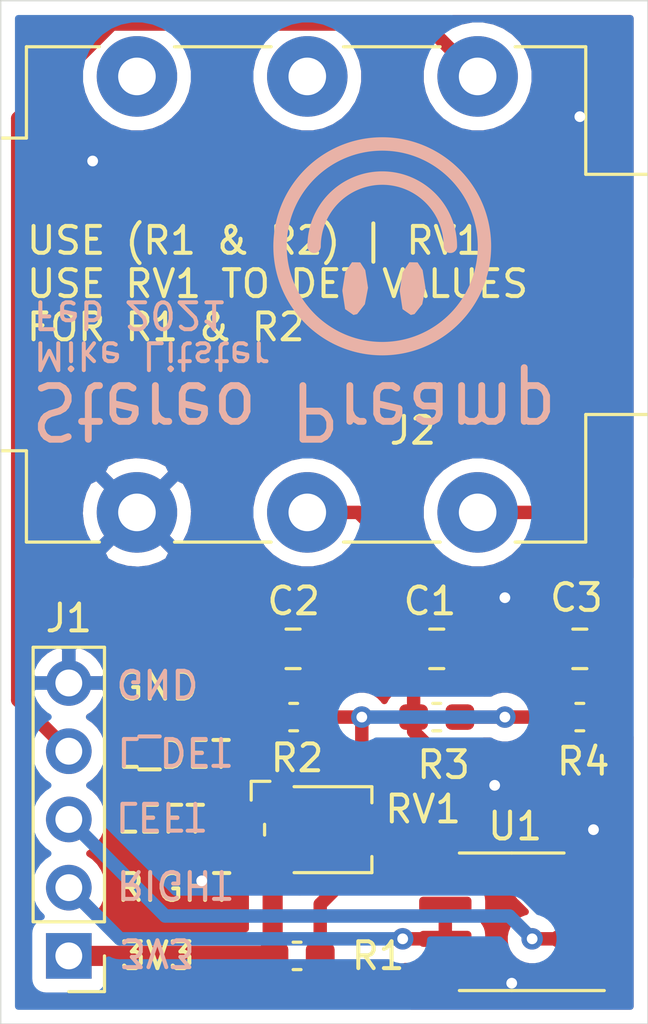
<source format=kicad_pcb>
(kicad_pcb (version 20171130) (host pcbnew "(5.1.9)-1")

  (general
    (thickness 1.6002)
    (drawings 18)
    (tracks 67)
    (zones 0)
    (modules 12)
    (nets 13)
  )

  (page A4)
  (layers
    (0 F.Cu signal hide)
    (31 B.Cu signal hide)
    (32 B.Adhes user)
    (33 F.Adhes user)
    (34 B.Paste user)
    (35 F.Paste user)
    (36 B.SilkS user)
    (37 F.SilkS user hide)
    (38 B.Mask user)
    (39 F.Mask user hide)
    (40 Dwgs.User user)
    (41 Cmts.User user)
    (42 Eco1.User user)
    (43 Eco2.User user)
    (44 Edge.Cuts user)
    (45 Margin user)
    (46 B.CrtYd user)
    (47 F.CrtYd user)
    (48 B.Fab user)
    (49 F.Fab user)
  )

  (setup
    (last_trace_width 0.1524)
    (trace_clearance 0.1524)
    (zone_clearance 0.508)
    (zone_45_only no)
    (trace_min 0.1524)
    (via_size 0.508)
    (via_drill 0.254)
    (via_min_size 0.508)
    (via_min_drill 0.000254)
    (uvia_size 0.508)
    (uvia_drill 0.254)
    (uvias_allowed no)
    (uvia_min_size 0.508)
    (uvia_min_drill 0.000254)
    (edge_width 0.05)
    (segment_width 0.2)
    (pcb_text_width 0.3)
    (pcb_text_size 1.5 1.5)
    (mod_edge_width 0.12)
    (mod_text_size 1 1)
    (mod_text_width 0.15)
    (pad_size 1.524 1.524)
    (pad_drill 0.762)
    (pad_to_mask_clearance 0.0508)
    (aux_axis_origin 0 0)
    (grid_origin 142.621 121.285)
    (visible_elements 7FFFF77F)
    (pcbplotparams
      (layerselection 0x010fc_ffffffff)
      (usegerberextensions false)
      (usegerberattributes true)
      (usegerberadvancedattributes true)
      (creategerberjobfile true)
      (excludeedgelayer true)
      (linewidth 0.100000)
      (plotframeref false)
      (viasonmask false)
      (mode 1)
      (useauxorigin false)
      (hpglpennumber 1)
      (hpglpenspeed 20)
      (hpglpendiameter 15.000000)
      (psnegative false)
      (psa4output false)
      (plotreference true)
      (plotvalue true)
      (plotinvisibletext false)
      (padsonsilk false)
      (subtractmaskfromsilk false)
      (outputformat 1)
      (mirror false)
      (drillshape 1)
      (scaleselection 1)
      (outputdirectory ""))
  )

  (net 0 "")
  (net 1 "Net-(J2-PadSN)")
  (net 2 "Net-(J2-PadRN)")
  (net 3 "Net-(C1-Pad2)")
  (net 4 "Net-(C1-Pad1)")
  (net 5 GND)
  (net 6 "Net-(C2-Pad1)")
  (net 7 "Net-(C3-Pad2)")
  (net 8 "Net-(C3-Pad1)")
  (net 9 /L_DETECT)
  (net 10 /L_OUT)
  (net 11 /R_OUT)
  (net 12 +3V3)

  (net_class Default "This is the default net class."
    (clearance 0.1524)
    (trace_width 0.1524)
    (via_dia 0.508)
    (via_drill 0.254)
    (uvia_dia 0.508)
    (uvia_drill 0.254)
    (add_net +3V3)
    (add_net /L_DETECT)
    (add_net /L_OUT)
    (add_net /R_OUT)
    (add_net GND)
    (add_net "Net-(C1-Pad1)")
    (add_net "Net-(C1-Pad2)")
    (add_net "Net-(C2-Pad1)")
    (add_net "Net-(C3-Pad1)")
    (add_net "Net-(C3-Pad2)")
    (add_net "Net-(J2-PadRN)")
    (add_net "Net-(J2-PadSN)")
  )

  (module images:smiley30_back (layer F.Cu) (tedit 602C51CF) (tstamp 602D3C5A)
    (at 156.845 92.329 180)
    (fp_text reference G*** (at 0 0) (layer F.SilkS) hide
      (effects (font (size 1.524 1.524) (thickness 0.3)))
    )
    (fp_text value LOGO (at 0.75 0) (layer F.SilkS) hide
      (effects (font (size 1.524 1.524) (thickness 0.3)))
    )
    (fp_arc (start 0 0) (end -2.54 0) (angle -180) (layer B.SilkS) (width 0.5))
    (fp_poly (pts (xy 3.81 0) (xy 0 3.81) (xy -3.81 0) (xy 0 -3.81)) (layer B.Mask) (width 0.1))
    (fp_circle (center 0 0) (end 2.54 0) (layer B.Mask) (width 2.54))
    (fp_circle (center 0 0) (end 3.81 0) (layer B.SilkS) (width 0.5))
    (fp_poly (pts (xy -0.769508 -2.331779) (xy -0.668645 -1.672656) (xy -0.668421 -1.626491) (xy -0.772133 -0.974763)
      (xy -1.01833 -0.608315) (xy -1.309602 -0.613821) (xy -1.49153 -0.894111) (xy -1.594453 -1.543526)
      (xy -1.477484 -2.151688) (xy -1.193797 -2.511234) (xy -1.069474 -2.54) (xy -0.769508 -2.331779)) (layer B.SilkS) (width 0.03))
    (fp_poly (pts (xy 1.369439 -2.331779) (xy 1.470302 -1.672656) (xy 1.470526 -1.626491) (xy 1.366814 -0.974763)
      (xy 1.120617 -0.608315) (xy 0.829345 -0.613821) (xy 0.647418 -0.894111) (xy 0.544495 -1.543526)
      (xy 0.661464 -2.151688) (xy 0.945151 -2.511234) (xy 1.069474 -2.54) (xy 1.369439 -2.331779)) (layer B.SilkS) (width 0.03))
  )

  (module Potentiometer_SMD:Potentiometer_Bourns_TC33X_Vertical (layer F.Cu) (tedit 5C165D15) (tstamp 602AC71E)
    (at 154.559 114.046)
    (descr "Potentiometer, Bourns, TC33X, Vertical, https://www.bourns.com/pdfs/TC33.pdf")
    (tags "Potentiometer Bourns TC33X Vertical")
    (path /602B0AAC)
    (attr smd)
    (fp_text reference RV1 (at 3.81 -0.762) (layer F.SilkS)
      (effects (font (size 1 1) (thickness 0.15)))
    )
    (fp_text value 200k (at 0 2.5) (layer F.Fab)
      (effects (font (size 1 1) (thickness 0.15)))
    )
    (fp_circle (center 0 0) (end 1.8 0) (layer Dwgs.User) (width 0.05))
    (fp_line (start -2.65 1.85) (end -2.65 -1.85) (layer F.CrtYd) (width 0.05))
    (fp_line (start 2.45 1.85) (end -2.65 1.85) (layer F.CrtYd) (width 0.05))
    (fp_line (start 2.45 -1.85) (end 2.45 1.85) (layer F.CrtYd) (width 0.05))
    (fp_line (start -2.65 -1.85) (end 2.45 -1.85) (layer F.CrtYd) (width 0.05))
    (fp_line (start -2.6 -1.8) (end -2.6 -1.1) (layer F.SilkS) (width 0.12))
    (fp_line (start -1.9 -1.8) (end -2.6 -1.8) (layer F.SilkS) (width 0.12))
    (fp_line (start 1.9 1.6) (end 1.9 1) (layer F.SilkS) (width 0.12))
    (fp_line (start -1 1.6) (end 1.9 1.6) (layer F.SilkS) (width 0.12))
    (fp_line (start 1.9 -1.6) (end 1.9 -1) (layer F.SilkS) (width 0.12))
    (fp_line (start -1 -1.6) (end 1.9 -1.6) (layer F.SilkS) (width 0.12))
    (fp_line (start -2.1 -0.2) (end -2.1 0.2) (layer F.SilkS) (width 0.12))
    (fp_line (start -1.25 -1.5) (end -2 -0.75) (layer F.Fab) (width 0.1))
    (fp_line (start 1.8 -1.5) (end -1.25 -1.5) (layer F.Fab) (width 0.1))
    (fp_line (start 1.8 1.5) (end 1.8 -1.5) (layer F.Fab) (width 0.1))
    (fp_line (start -2 1.5) (end 1.8 1.5) (layer F.Fab) (width 0.1))
    (fp_line (start -2 -0.75) (end -2 1.5) (layer F.Fab) (width 0.1))
    (fp_circle (center 0 0) (end 1.5 0) (layer F.Fab) (width 0.1))
    (fp_text user "Wiper may be\nanywhere within\ncircle shown" (at -0.15 -0.8) (layer Cmts.User)
      (effects (font (size 0.15 0.15) (thickness 0.02)))
    )
    (fp_text user %R (at 0 0) (layer F.Fab)
      (effects (font (size 0.7 0.7) (thickness 0.105)))
    )
    (pad 2 smd rect (at 1.45 0) (size 1.5 1.6) (layers F.Cu F.Paste F.Mask)
      (net 6 "Net-(C2-Pad1)"))
    (pad 3 smd rect (at -1.8 1) (size 1.2 1.2) (layers F.Cu F.Paste F.Mask)
      (net 12 +3V3))
    (pad 1 smd rect (at -1.8 -1) (size 1.2 1.2) (layers F.Cu F.Paste F.Mask)
      (net 5 GND))
    (model ${KISYS3DMOD}/Potentiometer_SMD.3dshapes/Potentiometer_Bourns_TC33X_Vertical.wrl
      (at (xyz 0 0 0))
      (scale (xyz 1 1 1))
      (rotate (xyz 0 0 0))
    )
  )

  (module Capacitor_SMD:C_0603_1608Metric_Pad1.08x0.95mm_HandSolder (layer F.Cu) (tedit 5F68FEEF) (tstamp 602AC703)
    (at 164.211 109.855)
    (descr "Capacitor SMD 0603 (1608 Metric), square (rectangular) end terminal, IPC_7351 nominal with elongated pad for handsoldering. (Body size source: IPC-SM-782 page 76, https://www.pcb-3d.com/wordpress/wp-content/uploads/ipc-sm-782a_amendment_1_and_2.pdf), generated with kicad-footprint-generator")
    (tags "capacitor handsolder")
    (path /60283D5A)
    (attr smd)
    (fp_text reference R4 (at 0.127 1.651) (layer F.SilkS)
      (effects (font (size 1 1) (thickness 0.15)))
    )
    (fp_text value 560k (at 0 1.43) (layer F.Fab)
      (effects (font (size 1 1) (thickness 0.15)))
    )
    (fp_line (start 1.65 0.73) (end -1.65 0.73) (layer F.CrtYd) (width 0.05))
    (fp_line (start 1.65 -0.73) (end 1.65 0.73) (layer F.CrtYd) (width 0.05))
    (fp_line (start -1.65 -0.73) (end 1.65 -0.73) (layer F.CrtYd) (width 0.05))
    (fp_line (start -1.65 0.73) (end -1.65 -0.73) (layer F.CrtYd) (width 0.05))
    (fp_line (start -0.146267 0.51) (end 0.146267 0.51) (layer F.SilkS) (width 0.12))
    (fp_line (start -0.146267 -0.51) (end 0.146267 -0.51) (layer F.SilkS) (width 0.12))
    (fp_line (start 0.8 0.4) (end -0.8 0.4) (layer F.Fab) (width 0.1))
    (fp_line (start 0.8 -0.4) (end 0.8 0.4) (layer F.Fab) (width 0.1))
    (fp_line (start -0.8 -0.4) (end 0.8 -0.4) (layer F.Fab) (width 0.1))
    (fp_line (start -0.8 0.4) (end -0.8 -0.4) (layer F.Fab) (width 0.1))
    (fp_text user %R (at 0 0) (layer F.Fab)
      (effects (font (size 0.4 0.4) (thickness 0.06)))
    )
    (pad 2 smd roundrect (at 0.8625 0) (size 1.075 0.95) (layers F.Cu F.Paste F.Mask) (roundrect_rratio 0.25)
      (net 7 "Net-(C3-Pad2)"))
    (pad 1 smd roundrect (at -0.8625 0) (size 1.075 0.95) (layers F.Cu F.Paste F.Mask) (roundrect_rratio 0.25)
      (net 6 "Net-(C2-Pad1)"))
    (model ${KISYS3DMOD}/Capacitor_SMD.3dshapes/C_0603_1608Metric.wrl
      (at (xyz 0 0 0))
      (scale (xyz 1 1 1))
      (rotate (xyz 0 0 0))
    )
  )

  (module Capacitor_SMD:C_0603_1608Metric_Pad1.08x0.95mm_HandSolder (layer F.Cu) (tedit 5F68FEEF) (tstamp 602AC6F2)
    (at 158.877 109.855)
    (descr "Capacitor SMD 0603 (1608 Metric), square (rectangular) end terminal, IPC_7351 nominal with elongated pad for handsoldering. (Body size source: IPC-SM-782 page 76, https://www.pcb-3d.com/wordpress/wp-content/uploads/ipc-sm-782a_amendment_1_and_2.pdf), generated with kicad-footprint-generator")
    (tags "capacitor handsolder")
    (path /60282F0D)
    (attr smd)
    (fp_text reference R3 (at 0.254 1.778) (layer F.SilkS)
      (effects (font (size 1 1) (thickness 0.15)))
    )
    (fp_text value 560k (at 0 1.43) (layer F.Fab)
      (effects (font (size 1 1) (thickness 0.15)))
    )
    (fp_line (start 1.65 0.73) (end -1.65 0.73) (layer F.CrtYd) (width 0.05))
    (fp_line (start 1.65 -0.73) (end 1.65 0.73) (layer F.CrtYd) (width 0.05))
    (fp_line (start -1.65 -0.73) (end 1.65 -0.73) (layer F.CrtYd) (width 0.05))
    (fp_line (start -1.65 0.73) (end -1.65 -0.73) (layer F.CrtYd) (width 0.05))
    (fp_line (start -0.146267 0.51) (end 0.146267 0.51) (layer F.SilkS) (width 0.12))
    (fp_line (start -0.146267 -0.51) (end 0.146267 -0.51) (layer F.SilkS) (width 0.12))
    (fp_line (start 0.8 0.4) (end -0.8 0.4) (layer F.Fab) (width 0.1))
    (fp_line (start 0.8 -0.4) (end 0.8 0.4) (layer F.Fab) (width 0.1))
    (fp_line (start -0.8 -0.4) (end 0.8 -0.4) (layer F.Fab) (width 0.1))
    (fp_line (start -0.8 0.4) (end -0.8 -0.4) (layer F.Fab) (width 0.1))
    (fp_text user %R (at 0 0) (layer F.Fab)
      (effects (font (size 0.4 0.4) (thickness 0.06)))
    )
    (pad 2 smd roundrect (at 0.8625 0) (size 1.075 0.95) (layers F.Cu F.Paste F.Mask) (roundrect_rratio 0.25)
      (net 6 "Net-(C2-Pad1)"))
    (pad 1 smd roundrect (at -0.8625 0) (size 1.075 0.95) (layers F.Cu F.Paste F.Mask) (roundrect_rratio 0.25)
      (net 3 "Net-(C1-Pad2)"))
    (model ${KISYS3DMOD}/Capacitor_SMD.3dshapes/C_0603_1608Metric.wrl
      (at (xyz 0 0 0))
      (scale (xyz 1 1 1))
      (rotate (xyz 0 0 0))
    )
  )

  (module Capacitor_SMD:C_0603_1608Metric_Pad1.08x0.95mm_HandSolder (layer F.Cu) (tedit 5F68FEEF) (tstamp 602AC6E1)
    (at 153.543 109.855 180)
    (descr "Capacitor SMD 0603 (1608 Metric), square (rectangular) end terminal, IPC_7351 nominal with elongated pad for handsoldering. (Body size source: IPC-SM-782 page 76, https://www.pcb-3d.com/wordpress/wp-content/uploads/ipc-sm-782a_amendment_1_and_2.pdf), generated with kicad-footprint-generator")
    (tags "capacitor handsolder")
    (path /6027EEEB)
    (attr smd)
    (fp_text reference R2 (at -0.127 -1.524) (layer F.SilkS)
      (effects (font (size 1 1) (thickness 0.15)))
    )
    (fp_text value 100k (at 0 1.43) (layer F.Fab)
      (effects (font (size 1 1) (thickness 0.15)))
    )
    (fp_line (start 1.65 0.73) (end -1.65 0.73) (layer F.CrtYd) (width 0.05))
    (fp_line (start 1.65 -0.73) (end 1.65 0.73) (layer F.CrtYd) (width 0.05))
    (fp_line (start -1.65 -0.73) (end 1.65 -0.73) (layer F.CrtYd) (width 0.05))
    (fp_line (start -1.65 0.73) (end -1.65 -0.73) (layer F.CrtYd) (width 0.05))
    (fp_line (start -0.146267 0.51) (end 0.146267 0.51) (layer F.SilkS) (width 0.12))
    (fp_line (start -0.146267 -0.51) (end 0.146267 -0.51) (layer F.SilkS) (width 0.12))
    (fp_line (start 0.8 0.4) (end -0.8 0.4) (layer F.Fab) (width 0.1))
    (fp_line (start 0.8 -0.4) (end 0.8 0.4) (layer F.Fab) (width 0.1))
    (fp_line (start -0.8 -0.4) (end 0.8 -0.4) (layer F.Fab) (width 0.1))
    (fp_line (start -0.8 0.4) (end -0.8 -0.4) (layer F.Fab) (width 0.1))
    (fp_text user %R (at 0 0) (layer F.Fab)
      (effects (font (size 0.4 0.4) (thickness 0.06)))
    )
    (pad 2 smd roundrect (at 0.8625 0 180) (size 1.075 0.95) (layers F.Cu F.Paste F.Mask) (roundrect_rratio 0.25)
      (net 5 GND))
    (pad 1 smd roundrect (at -0.8625 0 180) (size 1.075 0.95) (layers F.Cu F.Paste F.Mask) (roundrect_rratio 0.25)
      (net 6 "Net-(C2-Pad1)"))
    (model ${KISYS3DMOD}/Capacitor_SMD.3dshapes/C_0603_1608Metric.wrl
      (at (xyz 0 0 0))
      (scale (xyz 1 1 1))
      (rotate (xyz 0 0 0))
    )
  )

  (module Capacitor_SMD:C_0603_1608Metric_Pad1.08x0.95mm_HandSolder (layer F.Cu) (tedit 5F68FEEF) (tstamp 602AC6D0)
    (at 153.67 118.745)
    (descr "Capacitor SMD 0603 (1608 Metric), square (rectangular) end terminal, IPC_7351 nominal with elongated pad for handsoldering. (Body size source: IPC-SM-782 page 76, https://www.pcb-3d.com/wordpress/wp-content/uploads/ipc-sm-782a_amendment_1_and_2.pdf), generated with kicad-footprint-generator")
    (tags "capacitor handsolder")
    (path /6027D502)
    (attr smd)
    (fp_text reference R1 (at 3.0215 0) (layer F.SilkS)
      (effects (font (size 1 1) (thickness 0.15)))
    )
    (fp_text value 100k (at 0 1.43) (layer F.Fab)
      (effects (font (size 1 1) (thickness 0.15)))
    )
    (fp_line (start 1.65 0.73) (end -1.65 0.73) (layer F.CrtYd) (width 0.05))
    (fp_line (start 1.65 -0.73) (end 1.65 0.73) (layer F.CrtYd) (width 0.05))
    (fp_line (start -1.65 -0.73) (end 1.65 -0.73) (layer F.CrtYd) (width 0.05))
    (fp_line (start -1.65 0.73) (end -1.65 -0.73) (layer F.CrtYd) (width 0.05))
    (fp_line (start -0.146267 0.51) (end 0.146267 0.51) (layer F.SilkS) (width 0.12))
    (fp_line (start -0.146267 -0.51) (end 0.146267 -0.51) (layer F.SilkS) (width 0.12))
    (fp_line (start 0.8 0.4) (end -0.8 0.4) (layer F.Fab) (width 0.1))
    (fp_line (start 0.8 -0.4) (end 0.8 0.4) (layer F.Fab) (width 0.1))
    (fp_line (start -0.8 -0.4) (end 0.8 -0.4) (layer F.Fab) (width 0.1))
    (fp_line (start -0.8 0.4) (end -0.8 -0.4) (layer F.Fab) (width 0.1))
    (fp_text user %R (at 0 0) (layer F.Fab)
      (effects (font (size 0.4 0.4) (thickness 0.06)))
    )
    (pad 2 smd roundrect (at 0.8625 0) (size 1.075 0.95) (layers F.Cu F.Paste F.Mask) (roundrect_rratio 0.25)
      (net 6 "Net-(C2-Pad1)"))
    (pad 1 smd roundrect (at -0.8625 0) (size 1.075 0.95) (layers F.Cu F.Paste F.Mask) (roundrect_rratio 0.25)
      (net 12 +3V3))
    (model ${KISYS3DMOD}/Capacitor_SMD.3dshapes/C_0603_1608Metric.wrl
      (at (xyz 0 0 0))
      (scale (xyz 1 1 1))
      (rotate (xyz 0 0 0))
    )
  )

  (module Connector_PinHeader_2.54mm:PinHeader_1x05_P2.54mm_Vertical (layer F.Cu) (tedit 59FED5CC) (tstamp 602AC66B)
    (at 145.161 118.745 180)
    (descr "Through hole straight pin header, 1x05, 2.54mm pitch, single row")
    (tags "Through hole pin header THT 1x05 2.54mm single row")
    (path /602C4908)
    (fp_text reference J1 (at 0 12.573) (layer F.SilkS)
      (effects (font (size 1 1) (thickness 0.15)))
    )
    (fp_text value Conn_01x05 (at 0 12.49) (layer F.Fab)
      (effects (font (size 1 1) (thickness 0.15)))
    )
    (fp_line (start 1.8 -1.8) (end -1.8 -1.8) (layer F.CrtYd) (width 0.05))
    (fp_line (start 1.8 11.95) (end 1.8 -1.8) (layer F.CrtYd) (width 0.05))
    (fp_line (start -1.8 11.95) (end 1.8 11.95) (layer F.CrtYd) (width 0.05))
    (fp_line (start -1.8 -1.8) (end -1.8 11.95) (layer F.CrtYd) (width 0.05))
    (fp_line (start -1.33 -1.33) (end 0 -1.33) (layer F.SilkS) (width 0.12))
    (fp_line (start -1.33 0) (end -1.33 -1.33) (layer F.SilkS) (width 0.12))
    (fp_line (start -1.33 1.27) (end 1.33 1.27) (layer F.SilkS) (width 0.12))
    (fp_line (start 1.33 1.27) (end 1.33 11.49) (layer F.SilkS) (width 0.12))
    (fp_line (start -1.33 1.27) (end -1.33 11.49) (layer F.SilkS) (width 0.12))
    (fp_line (start -1.33 11.49) (end 1.33 11.49) (layer F.SilkS) (width 0.12))
    (fp_line (start -1.27 -0.635) (end -0.635 -1.27) (layer F.Fab) (width 0.1))
    (fp_line (start -1.27 11.43) (end -1.27 -0.635) (layer F.Fab) (width 0.1))
    (fp_line (start 1.27 11.43) (end -1.27 11.43) (layer F.Fab) (width 0.1))
    (fp_line (start 1.27 -1.27) (end 1.27 11.43) (layer F.Fab) (width 0.1))
    (fp_line (start -0.635 -1.27) (end 1.27 -1.27) (layer F.Fab) (width 0.1))
    (fp_text user %R (at 0 5.08 90) (layer F.Fab)
      (effects (font (size 1 1) (thickness 0.15)))
    )
    (pad 5 thru_hole oval (at 0 10.16 180) (size 1.7 1.7) (drill 1) (layers *.Cu *.Mask)
      (net 5 GND))
    (pad 4 thru_hole oval (at 0 7.62 180) (size 1.7 1.7) (drill 1) (layers *.Cu *.Mask)
      (net 9 /L_DETECT))
    (pad 3 thru_hole oval (at 0 5.08 180) (size 1.7 1.7) (drill 1) (layers *.Cu *.Mask)
      (net 10 /L_OUT))
    (pad 2 thru_hole oval (at 0 2.54 180) (size 1.7 1.7) (drill 1) (layers *.Cu *.Mask)
      (net 11 /R_OUT))
    (pad 1 thru_hole rect (at 0 0 180) (size 1.7 1.7) (drill 1) (layers *.Cu *.Mask)
      (net 12 +3V3))
    (model ${KISYS3DMOD}/Connector_PinHeader_2.54mm.3dshapes/PinHeader_1x05_P2.54mm_Vertical.wrl
      (at (xyz 0 0 0))
      (scale (xyz 1 1 1))
      (rotate (xyz 0 0 0))
    )
  )

  (module Capacitor_SMD:C_0805_2012Metric_Pad1.18x1.45mm_HandSolder (layer F.Cu) (tedit 5F68FEEF) (tstamp 602AC652)
    (at 164.211 107.315 180)
    (descr "Capacitor SMD 0805 (2012 Metric), square (rectangular) end terminal, IPC_7351 nominal with elongated pad for handsoldering. (Body size source: IPC-SM-782 page 76, https://www.pcb-3d.com/wordpress/wp-content/uploads/ipc-sm-782a_amendment_1_and_2.pdf, https://docs.google.com/spreadsheets/d/1BsfQQcO9C6DZCsRaXUlFlo91Tg2WpOkGARC1WS5S8t0/edit?usp=sharing), generated with kicad-footprint-generator")
    (tags "capacitor handsolder")
    (path /602D5A00)
    (attr smd)
    (fp_text reference C3 (at 0.127 1.905) (layer F.SilkS)
      (effects (font (size 1 1) (thickness 0.15)))
    )
    (fp_text value 100n (at 0 1.68) (layer F.Fab)
      (effects (font (size 1 1) (thickness 0.15)))
    )
    (fp_line (start 1.88 0.98) (end -1.88 0.98) (layer F.CrtYd) (width 0.05))
    (fp_line (start 1.88 -0.98) (end 1.88 0.98) (layer F.CrtYd) (width 0.05))
    (fp_line (start -1.88 -0.98) (end 1.88 -0.98) (layer F.CrtYd) (width 0.05))
    (fp_line (start -1.88 0.98) (end -1.88 -0.98) (layer F.CrtYd) (width 0.05))
    (fp_line (start -0.261252 0.735) (end 0.261252 0.735) (layer F.SilkS) (width 0.12))
    (fp_line (start -0.261252 -0.735) (end 0.261252 -0.735) (layer F.SilkS) (width 0.12))
    (fp_line (start 1 0.625) (end -1 0.625) (layer F.Fab) (width 0.1))
    (fp_line (start 1 -0.625) (end 1 0.625) (layer F.Fab) (width 0.1))
    (fp_line (start -1 -0.625) (end 1 -0.625) (layer F.Fab) (width 0.1))
    (fp_line (start -1 0.625) (end -1 -0.625) (layer F.Fab) (width 0.1))
    (fp_text user %R (at 0 0) (layer F.Fab)
      (effects (font (size 0.5 0.5) (thickness 0.08)))
    )
    (pad 2 smd roundrect (at 1.0375 0 180) (size 1.175 1.45) (layers F.Cu F.Paste F.Mask) (roundrect_rratio 0.212766)
      (net 7 "Net-(C3-Pad2)"))
    (pad 1 smd roundrect (at -1.0375 0 180) (size 1.175 1.45) (layers F.Cu F.Paste F.Mask) (roundrect_rratio 0.212766)
      (net 8 "Net-(C3-Pad1)"))
    (model ${KISYS3DMOD}/Capacitor_SMD.3dshapes/C_0805_2012Metric.wrl
      (at (xyz 0 0 0))
      (scale (xyz 1 1 1))
      (rotate (xyz 0 0 0))
    )
  )

  (module Capacitor_SMD:C_0805_2012Metric_Pad1.18x1.45mm_HandSolder (layer F.Cu) (tedit 5F68FEEF) (tstamp 602AC641)
    (at 153.5215 107.315 180)
    (descr "Capacitor SMD 0805 (2012 Metric), square (rectangular) end terminal, IPC_7351 nominal with elongated pad for handsoldering. (Body size source: IPC-SM-782 page 76, https://www.pcb-3d.com/wordpress/wp-content/uploads/ipc-sm-782a_amendment_1_and_2.pdf, https://docs.google.com/spreadsheets/d/1BsfQQcO9C6DZCsRaXUlFlo91Tg2WpOkGARC1WS5S8t0/edit?usp=sharing), generated with kicad-footprint-generator")
    (tags "capacitor handsolder")
    (path /6027C253)
    (attr smd)
    (fp_text reference C2 (at -0.0215 1.778) (layer F.SilkS)
      (effects (font (size 1 1) (thickness 0.15)))
    )
    (fp_text value 10u (at 0 1.68) (layer F.Fab)
      (effects (font (size 1 1) (thickness 0.15)))
    )
    (fp_line (start 1.88 0.98) (end -1.88 0.98) (layer F.CrtYd) (width 0.05))
    (fp_line (start 1.88 -0.98) (end 1.88 0.98) (layer F.CrtYd) (width 0.05))
    (fp_line (start -1.88 -0.98) (end 1.88 -0.98) (layer F.CrtYd) (width 0.05))
    (fp_line (start -1.88 0.98) (end -1.88 -0.98) (layer F.CrtYd) (width 0.05))
    (fp_line (start -0.261252 0.735) (end 0.261252 0.735) (layer F.SilkS) (width 0.12))
    (fp_line (start -0.261252 -0.735) (end 0.261252 -0.735) (layer F.SilkS) (width 0.12))
    (fp_line (start 1 0.625) (end -1 0.625) (layer F.Fab) (width 0.1))
    (fp_line (start 1 -0.625) (end 1 0.625) (layer F.Fab) (width 0.1))
    (fp_line (start -1 -0.625) (end 1 -0.625) (layer F.Fab) (width 0.1))
    (fp_line (start -1 0.625) (end -1 -0.625) (layer F.Fab) (width 0.1))
    (fp_text user %R (at 0 0) (layer F.Fab)
      (effects (font (size 0.5 0.5) (thickness 0.08)))
    )
    (pad 2 smd roundrect (at 1.0375 0 180) (size 1.175 1.45) (layers F.Cu F.Paste F.Mask) (roundrect_rratio 0.212766)
      (net 5 GND))
    (pad 1 smd roundrect (at -1.0375 0 180) (size 1.175 1.45) (layers F.Cu F.Paste F.Mask) (roundrect_rratio 0.212766)
      (net 6 "Net-(C2-Pad1)"))
    (model ${KISYS3DMOD}/Capacitor_SMD.3dshapes/C_0805_2012Metric.wrl
      (at (xyz 0 0 0))
      (scale (xyz 1 1 1))
      (rotate (xyz 0 0 0))
    )
  )

  (module Capacitor_SMD:C_0805_2012Metric_Pad1.18x1.45mm_HandSolder (layer F.Cu) (tedit 5F68FEEF) (tstamp 602AC630)
    (at 158.877 107.315 180)
    (descr "Capacitor SMD 0805 (2012 Metric), square (rectangular) end terminal, IPC_7351 nominal with elongated pad for handsoldering. (Body size source: IPC-SM-782 page 76, https://www.pcb-3d.com/wordpress/wp-content/uploads/ipc-sm-782a_amendment_1_and_2.pdf, https://docs.google.com/spreadsheets/d/1BsfQQcO9C6DZCsRaXUlFlo91Tg2WpOkGARC1WS5S8t0/edit?usp=sharing), generated with kicad-footprint-generator")
    (tags "capacitor handsolder")
    (path /6027967A)
    (attr smd)
    (fp_text reference C1 (at 0.254 1.778) (layer F.SilkS)
      (effects (font (size 1 1) (thickness 0.15)))
    )
    (fp_text value 100n (at 0 1.68) (layer F.Fab)
      (effects (font (size 1 1) (thickness 0.15)))
    )
    (fp_line (start 1.88 0.98) (end -1.88 0.98) (layer F.CrtYd) (width 0.05))
    (fp_line (start 1.88 -0.98) (end 1.88 0.98) (layer F.CrtYd) (width 0.05))
    (fp_line (start -1.88 -0.98) (end 1.88 -0.98) (layer F.CrtYd) (width 0.05))
    (fp_line (start -1.88 0.98) (end -1.88 -0.98) (layer F.CrtYd) (width 0.05))
    (fp_line (start -0.261252 0.735) (end 0.261252 0.735) (layer F.SilkS) (width 0.12))
    (fp_line (start -0.261252 -0.735) (end 0.261252 -0.735) (layer F.SilkS) (width 0.12))
    (fp_line (start 1 0.625) (end -1 0.625) (layer F.Fab) (width 0.1))
    (fp_line (start 1 -0.625) (end 1 0.625) (layer F.Fab) (width 0.1))
    (fp_line (start -1 -0.625) (end 1 -0.625) (layer F.Fab) (width 0.1))
    (fp_line (start -1 0.625) (end -1 -0.625) (layer F.Fab) (width 0.1))
    (fp_text user %R (at 0 0) (layer F.Fab)
      (effects (font (size 0.5 0.5) (thickness 0.08)))
    )
    (pad 2 smd roundrect (at 1.0375 0 180) (size 1.175 1.45) (layers F.Cu F.Paste F.Mask) (roundrect_rratio 0.212766)
      (net 3 "Net-(C1-Pad2)"))
    (pad 1 smd roundrect (at -1.0375 0 180) (size 1.175 1.45) (layers F.Cu F.Paste F.Mask) (roundrect_rratio 0.212766)
      (net 4 "Net-(C1-Pad1)"))
    (model ${KISYS3DMOD}/Capacitor_SMD.3dshapes/C_0805_2012Metric.wrl
      (at (xyz 0 0 0))
      (scale (xyz 1 1 1))
      (rotate (xyz 0 0 0))
    )
  )

  (module Package_SO:SOIC-8_3.9x4.9mm_P1.27mm (layer F.Cu) (tedit 5D9F72B1) (tstamp 60274981)
    (at 161.671 117.475 180)
    (descr "SOIC, 8 Pin (JEDEC MS-012AA, https://www.analog.com/media/en/package-pcb-resources/package/pkg_pdf/soic_narrow-r/r_8.pdf), generated with kicad-footprint-generator ipc_gullwing_generator.py")
    (tags "SOIC SO")
    (path /6026F354)
    (attr smd)
    (fp_text reference U1 (at -0.127 3.556) (layer F.SilkS)
      (effects (font (size 1 1) (thickness 0.15)))
    )
    (fp_text value MCP6002-xSN (at 0 3.4) (layer F.Fab)
      (effects (font (size 1 1) (thickness 0.15)))
    )
    (fp_line (start 0 2.56) (end 1.95 2.56) (layer F.SilkS) (width 0.12))
    (fp_line (start 0 2.56) (end -1.95 2.56) (layer F.SilkS) (width 0.12))
    (fp_line (start 0 -2.56) (end 1.95 -2.56) (layer F.SilkS) (width 0.12))
    (fp_line (start 0 -2.56) (end -3.45 -2.56) (layer F.SilkS) (width 0.12))
    (fp_line (start -0.975 -2.45) (end 1.95 -2.45) (layer F.Fab) (width 0.1))
    (fp_line (start 1.95 -2.45) (end 1.95 2.45) (layer F.Fab) (width 0.1))
    (fp_line (start 1.95 2.45) (end -1.95 2.45) (layer F.Fab) (width 0.1))
    (fp_line (start -1.95 2.45) (end -1.95 -1.475) (layer F.Fab) (width 0.1))
    (fp_line (start -1.95 -1.475) (end -0.975 -2.45) (layer F.Fab) (width 0.1))
    (fp_line (start -3.7 -2.7) (end -3.7 2.7) (layer F.CrtYd) (width 0.05))
    (fp_line (start -3.7 2.7) (end 3.7 2.7) (layer F.CrtYd) (width 0.05))
    (fp_line (start 3.7 2.7) (end 3.7 -2.7) (layer F.CrtYd) (width 0.05))
    (fp_line (start 3.7 -2.7) (end -3.7 -2.7) (layer F.CrtYd) (width 0.05))
    (fp_text user %R (at 0 0) (layer F.Fab)
      (effects (font (size 0.98 0.98) (thickness 0.15)))
    )
    (pad 8 smd roundrect (at 2.475 -1.905 180) (size 1.95 0.6) (layers F.Cu F.Paste F.Mask) (roundrect_rratio 0.25)
      (net 12 +3V3))
    (pad 7 smd roundrect (at 2.475 -0.635 180) (size 1.95 0.6) (layers F.Cu F.Paste F.Mask) (roundrect_rratio 0.25)
      (net 11 /R_OUT))
    (pad 6 smd roundrect (at 2.475 0.635 180) (size 1.95 0.6) (layers F.Cu F.Paste F.Mask) (roundrect_rratio 0.25)
      (net 11 /R_OUT))
    (pad 5 smd roundrect (at 2.475 1.905 180) (size 1.95 0.6) (layers F.Cu F.Paste F.Mask) (roundrect_rratio 0.25)
      (net 3 "Net-(C1-Pad2)"))
    (pad 4 smd roundrect (at -2.475 1.905 180) (size 1.95 0.6) (layers F.Cu F.Paste F.Mask) (roundrect_rratio 0.25)
      (net 5 GND))
    (pad 3 smd roundrect (at -2.475 0.635 180) (size 1.95 0.6) (layers F.Cu F.Paste F.Mask) (roundrect_rratio 0.25)
      (net 7 "Net-(C3-Pad2)"))
    (pad 2 smd roundrect (at -2.475 -0.635 180) (size 1.95 0.6) (layers F.Cu F.Paste F.Mask) (roundrect_rratio 0.25)
      (net 10 /L_OUT))
    (pad 1 smd roundrect (at -2.475 -1.905 180) (size 1.95 0.6) (layers F.Cu F.Paste F.Mask) (roundrect_rratio 0.25)
      (net 10 /L_OUT))
    (model ${KISYS3DMOD}/Package_SO.3dshapes/SOIC-8_3.9x4.9mm_P1.27mm.wrl
      (at (xyz 0 0 0))
      (scale (xyz 1 1 1))
      (rotate (xyz 0 0 0))
    )
  )

  (module Connector_Audio:Jack_6.35mm_Neutrik_NMJ6HCD2_Horizontal (layer F.Cu) (tedit 5C194A5E) (tstamp 60274967)
    (at 160.401 102.235 180)
    (descr "M Series, 6.35mm (1/4in) stereo jack, switched, with chrome ferrule and straight PCB pins, https://www.neutrik.com/en/product/nmj6hcd2")
    (tags "neutrik jack m")
    (path /6027208E)
    (fp_text reference J2 (at 2.413 3.048) (layer F.SilkS)
      (effects (font (size 1 1) (thickness 0.15)))
    )
    (fp_text value AudioJack3_Ground_Switch (at 6.35 19) (layer F.Fab)
      (effects (font (size 1 1) (thickness 0.15)))
    )
    (fp_line (start -7.33 18.23) (end 20.2 18.23) (layer F.CrtYd) (width 0.05))
    (fp_line (start 20.2 18.23) (end 20.2 -2) (layer F.CrtYd) (width 0.05))
    (fp_line (start 20.2 -2) (end -7.33 -2) (layer F.CrtYd) (width 0.05))
    (fp_line (start -7.33 18.23) (end -7.33 -2) (layer F.CrtYd) (width 0.05))
    (fp_line (start 16.82 2.295) (end 19.82 2.295) (layer F.SilkS) (width 0.12))
    (fp_line (start 19.82 13.935) (end 19.82 2.295) (layer F.SilkS) (width 0.12))
    (fp_line (start 16.82 13.935) (end 19.82 13.935) (layer F.SilkS) (width 0.12))
    (fp_line (start -6.95 12.585) (end -4.03 12.585) (layer F.SilkS) (width 0.12))
    (fp_line (start 16.82 17.335) (end 16.82 13.935) (layer F.SilkS) (width 0.12))
    (fp_line (start 16.82 -1.105) (end 14.1 -1.105) (layer F.SilkS) (width 0.12))
    (fp_line (start 16.82 17.335) (end 14.1 17.335) (layer F.SilkS) (width 0.12))
    (fp_line (start -1.4 17.335) (end -4.03 17.335) (layer F.SilkS) (width 0.12))
    (fp_line (start 5 17.335) (end 1.4 17.335) (layer F.SilkS) (width 0.12))
    (fp_line (start 11.3 17.335) (end 7.7 17.335) (layer F.SilkS) (width 0.12))
    (fp_line (start 7.7 -1.105) (end 11.3 -1.105) (layer F.SilkS) (width 0.12))
    (fp_line (start 1.4 -1.105) (end 5 -1.105) (layer F.SilkS) (width 0.12))
    (fp_line (start -4.03 -1.105) (end -1.4 -1.105) (layer F.SilkS) (width 0.12))
    (fp_line (start -4.03 17.335) (end -4.03 12.585) (layer F.SilkS) (width 0.12))
    (fp_line (start 16.7 17.215) (end -3.91 17.215) (layer F.Fab) (width 0.1))
    (fp_line (start 16.7 17.215) (end 16.7 -0.985) (layer F.Fab) (width 0.1))
    (fp_line (start 16.7 -0.985) (end -3.91 -0.985) (layer F.Fab) (width 0.1))
    (fp_line (start -6.83 12.465) (end -6.83 3.765) (layer F.Fab) (width 0.1))
    (fp_line (start -3.91 17.215) (end -3.91 -0.985) (layer F.Fab) (width 0.1))
    (fp_line (start 19.7 13.815) (end 19.7 2.415) (layer F.Fab) (width 0.1))
    (fp_line (start 19.7 13.815) (end 16.7 13.815) (layer F.Fab) (width 0.1))
    (fp_line (start 19.7 2.415) (end 16.7 2.415) (layer F.Fab) (width 0.1))
    (fp_line (start -6.83 12.465) (end -3.91 12.465) (layer F.Fab) (width 0.1))
    (fp_line (start -6.83 3.765) (end -3.91 3.765) (layer F.Fab) (width 0.1))
    (fp_line (start -6.95 12.545) (end -6.95 3.645) (layer F.SilkS) (width 0.12))
    (fp_line (start -6.95 3.645) (end -4.03 3.645) (layer F.SilkS) (width 0.12))
    (fp_line (start -4.03 3.645) (end -4.03 -1.105) (layer F.SilkS) (width 0.12))
    (fp_line (start 16.82 2.295) (end 16.82 -1.105) (layer F.SilkS) (width 0.12))
    (fp_text user %R (at 6.35 8.115) (layer F.Fab)
      (effects (font (size 1 1) (thickness 0.15)))
    )
    (pad TN thru_hole circle (at 0 16.23 180) (size 3 3) (drill 1.4) (layers *.Cu *.Mask)
      (net 9 /L_DETECT))
    (pad SN thru_hole circle (at 12.7 16.23 180) (size 3 3) (drill 1.4) (layers *.Cu *.Mask)
      (net 1 "Net-(J2-PadSN)"))
    (pad RN thru_hole circle (at 6.35 16.23 180) (size 3 3) (drill 1.4) (layers *.Cu *.Mask)
      (net 2 "Net-(J2-PadRN)"))
    (pad T thru_hole circle (at 0 0 180) (size 3 3) (drill 1.4) (layers *.Cu *.Mask)
      (net 8 "Net-(C3-Pad1)"))
    (pad S thru_hole circle (at 12.7 0 180) (size 3 3) (drill 1.4) (layers *.Cu *.Mask)
      (net 5 GND))
    (pad R thru_hole circle (at 6.35 0 180) (size 3 3) (drill 1.4) (layers *.Cu *.Mask)
      (net 4 "Net-(C1-Pad1)"))
    (model ${KISYS3DMOD}/Connector_Audio.3dshapes/Jack_6.35mm_Neutrik_NMJ6HCD2_Horizontal.wrl
      (at (xyz 0 0 0))
      (scale (xyz 1 1 1))
      (rotate (xyz 0 0 0))
    )
  )

  (gr_text "Feb 2021" (at 143.764 94.869 180) (layer B.SilkS)
    (effects (font (size 1 1) (thickness 0.15)) (justify left mirror))
  )
  (gr_text "Mike Litster" (at 143.764 96.393 180) (layer B.SilkS)
    (effects (font (size 1 1) (thickness 0.15)) (justify left mirror))
  )
  (gr_text "USE (R1 & R2) | RV1\nUSE RV1 TO DET VALUES\nFOR R1 & R2" (at 143.51 93.726) (layer F.SilkS)
    (effects (font (size 1 1) (thickness 0.15)) (justify left))
  )
  (gr_text 3V3 (at 148.463 118.618 180) (layer B.SilkS)
    (effects (font (size 1 1) (thickness 0.15)) (justify mirror))
  )
  (gr_text L_DET (at 149.098 111.125 180) (layer B.SilkS)
    (effects (font (size 1 1) (thickness 0.15)) (justify mirror))
  )
  (gr_text LEFT (at 148.59 113.538 180) (layer B.SilkS)
    (effects (font (size 1 1) (thickness 0.15)) (justify mirror))
  )
  (gr_text RIGHT (at 149.098 116.078 180) (layer B.SilkS)
    (effects (font (size 1 1) (thickness 0.15)) (justify mirror))
  )
  (gr_text GND (at 148.463 108.585 180) (layer B.SilkS)
    (effects (font (size 1 1) (thickness 0.15)) (justify mirror))
  )
  (gr_text "Stereo Preamp" (at 143.637 98.425 180) (layer B.SilkS)
    (effects (font (size 2 1.75) (thickness 0.254)) (justify left mirror))
  )
  (gr_text RIGHT (at 149.098 116.205) (layer F.SilkS)
    (effects (font (size 1 1) (thickness 0.15)))
  )
  (gr_text LEFT (at 148.59 113.665) (layer F.SilkS)
    (effects (font (size 1 1) (thickness 0.15)))
  )
  (gr_text L_DET (at 149.098 111.252) (layer F.SilkS)
    (effects (font (size 1 1) (thickness 0.15)))
  )
  (gr_text 3V3 (at 148.463 118.745) (layer F.SilkS)
    (effects (font (size 1 1) (thickness 0.15)))
  )
  (gr_text GND (at 148.463 108.712) (layer F.SilkS)
    (effects (font (size 1 1) (thickness 0.15)))
  )
  (gr_line (start 166.751 121.285) (end 142.621 121.285) (layer Edge.Cuts) (width 0.05) (tstamp 602AFDB0))
  (gr_line (start 166.751 83.185) (end 166.751 121.285) (layer Edge.Cuts) (width 0.05))
  (gr_line (start 142.621 83.185) (end 166.751 83.185) (layer Edge.Cuts) (width 0.05))
  (gr_line (start 142.621 121.285) (end 142.621 83.185) (layer Edge.Cuts) (width 0.05))

  (segment (start 157.8395 109.68) (end 158.0145 109.855) (width 0.5) (layer F.Cu) (net 3))
  (segment (start 159.196 115.57) (end 159.131 115.57) (width 0.5) (layer F.Cu) (net 3))
  (segment (start 157.8395 107.315) (end 157.8395 108.3095) (width 0.5) (layer F.Cu) (net 3))
  (segment (start 158.0145 108.4845) (end 158.0145 109.855) (width 0.5) (layer F.Cu) (net 3))
  (segment (start 157.8395 108.3095) (end 158.0145 108.4845) (width 0.5) (layer F.Cu) (net 3))
  (segment (start 158.0145 109.855) (end 158.0145 110.3895) (width 0.5) (layer F.Cu) (net 3))
  (segment (start 159.196 111.571) (end 159.196 115.57) (width 0.5) (layer F.Cu) (net 3))
  (segment (start 158.0145 110.3895) (end 159.196 111.571) (width 0.5) (layer F.Cu) (net 3))
  (segment (start 159.9145 107.315) (end 159.9145 106.1935) (width 0.5) (layer F.Cu) (net 4))
  (segment (start 155.956 102.235) (end 154.051 102.235) (width 0.5) (layer F.Cu) (net 4))
  (segment (start 159.9145 106.1935) (end 155.956 102.235) (width 0.5) (layer F.Cu) (net 4))
  (segment (start 152.3735 107.7225) (end 152.781 107.315) (width 0.5) (layer F.Cu) (net 5))
  (via (at 164.719 114.046) (size 0.8) (drill 0.4) (layers F.Cu B.Cu) (net 5))
  (via (at 161.036 112.395) (size 0.8) (drill 0.4) (layers F.Cu B.Cu) (net 5))
  (via (at 161.671 119.761) (size 0.8) (drill 0.4) (layers F.Cu B.Cu) (net 5))
  (via (at 150.114 115.951) (size 0.8) (drill 0.4) (layers F.Cu B.Cu) (net 5))
  (via (at 161.417 105.41) (size 0.8) (drill 0.4) (layers F.Cu B.Cu) (net 5))
  (via (at 146.05 89.154) (size 0.8) (drill 0.4) (layers F.Cu B.Cu) (net 5))
  (via (at 164.211 87.503) (size 0.8) (drill 0.4) (layers F.Cu B.Cu) (net 5))
  (via (at 156.083 109.855) (size 0.8) (drill 0.4) (layers F.Cu B.Cu) (net 6))
  (via (at 161.417 109.855) (size 0.8) (drill 0.4) (layers F.Cu B.Cu) (net 6))
  (segment (start 154.5325 116.8225) (end 154.5325 118.745) (width 0.5) (layer F.Cu) (net 6))
  (segment (start 156.009 115.346) (end 154.5325 116.8225) (width 0.5) (layer F.Cu) (net 6))
  (segment (start 156.009 114.046) (end 156.009 115.346) (width 0.5) (layer F.Cu) (net 6))
  (segment (start 156.083 113.972) (end 156.009 114.046) (width 0.5) (layer F.Cu) (net 6))
  (segment (start 156.083 109.855) (end 156.083 113.972) (width 0.5) (layer F.Cu) (net 6))
  (segment (start 163.3485 109.855) (end 161.417 109.855) (width 0.5) (layer F.Cu) (net 6))
  (segment (start 159.7395 109.855) (end 161.417 109.855) (width 0.5) (layer F.Cu) (net 6))
  (segment (start 154.559 109.7015) (end 154.4055 109.855) (width 0.5) (layer F.Cu) (net 6))
  (segment (start 154.559 107.315) (end 154.559 109.7015) (width 0.5) (layer F.Cu) (net 6))
  (segment (start 154.4055 109.855) (end 156.083 109.855) (width 0.5) (layer F.Cu) (net 6))
  (segment (start 156.083 109.855) (end 161.417 109.855) (width 0.5) (layer B.Cu) (net 6))
  (segment (start 163.1735 107.955) (end 165.0735 109.855) (width 0.5) (layer F.Cu) (net 7))
  (segment (start 163.1735 107.315) (end 163.1735 107.955) (width 0.5) (layer F.Cu) (net 7))
  (segment (start 163.171 116.84) (end 162.433 116.102) (width 0.5) (layer F.Cu) (net 7))
  (segment (start 164.146 116.84) (end 163.171 116.84) (width 0.5) (layer F.Cu) (net 7))
  (segment (start 162.433 116.102) (end 162.433 113.919) (width 0.5) (layer F.Cu) (net 7))
  (segment (start 165.0735 111.2785) (end 165.0735 109.855) (width 0.5) (layer F.Cu) (net 7))
  (segment (start 162.433 113.919) (end 165.0735 111.2785) (width 0.5) (layer F.Cu) (net 7))
  (segment (start 165.2485 107.0825) (end 165.2485 107.315) (width 0.5) (layer F.Cu) (net 8))
  (segment (start 165.2485 107.315) (end 165.2485 104.9235) (width 0.5) (layer F.Cu) (net 8))
  (segment (start 162.56 102.235) (end 160.401 102.235) (width 0.5) (layer F.Cu) (net 8))
  (segment (start 165.2485 104.9235) (end 162.56 102.235) (width 0.5) (layer F.Cu) (net 8))
  (segment (start 145.161 111.125) (end 143.256 109.22) (width 0.5) (layer F.Cu) (net 9))
  (segment (start 158.450999 84.054999) (end 160.401 86.005) (width 0.5) (layer F.Cu) (net 9))
  (segment (start 143.256 87.563998) (end 146.764999 84.054999) (width 0.5) (layer F.Cu) (net 9))
  (segment (start 146.764999 84.054999) (end 158.450999 84.054999) (width 0.5) (layer F.Cu) (net 9))
  (segment (start 143.256 109.22) (end 143.256 87.563998) (width 0.5) (layer F.Cu) (net 9))
  (segment (start 164.146 118.11) (end 164.146 119.38) (width 0.5) (layer F.Cu) (net 10))
  (via (at 162.433 118.11) (size 0.8) (drill 0.4) (layers F.Cu B.Cu) (net 10))
  (segment (start 164.146 118.11) (end 162.433 118.11) (width 0.5) (layer F.Cu) (net 10))
  (segment (start 148.755999 117.259999) (end 145.161 113.665) (width 0.5) (layer B.Cu) (net 10))
  (segment (start 161.582999 117.259999) (end 148.755999 117.259999) (width 0.5) (layer B.Cu) (net 10))
  (segment (start 162.433 118.11) (end 161.582999 117.259999) (width 0.5) (layer B.Cu) (net 10))
  (segment (start 159.196 118.11) (end 159.196 116.84) (width 0.5) (layer F.Cu) (net 11))
  (via (at 157.607 118.11) (size 0.8) (drill 0.4) (layers F.Cu B.Cu) (net 11))
  (segment (start 159.196 118.11) (end 157.607 118.11) (width 0.5) (layer F.Cu) (net 11))
  (segment (start 147.066 118.11) (end 145.161 116.205) (width 0.5) (layer B.Cu) (net 11))
  (segment (start 157.607 118.11) (end 147.066 118.11) (width 0.5) (layer B.Cu) (net 11))
  (segment (start 159.196 119.38) (end 157.734 119.38) (width 0.75) (layer F.Cu) (net 12))
  (segment (start 157.734 119.38) (end 156.845 120.269) (width 0.75) (layer F.Cu) (net 12))
  (segment (start 156.845 120.269) (end 152.908 120.269) (width 0.75) (layer F.Cu) (net 12))
  (segment (start 152.8075 120.1685) (end 152.8075 118.745) (width 0.75) (layer F.Cu) (net 12))
  (segment (start 152.908 120.269) (end 152.8075 120.1685) (width 0.75) (layer F.Cu) (net 12))
  (segment (start 152.759 118.6965) (end 152.8075 118.745) (width 0.75) (layer F.Cu) (net 12))
  (segment (start 152.759 115.046) (end 152.759 118.6965) (width 0.75) (layer F.Cu) (net 12))
  (segment (start 152.8075 118.745) (end 145.161 118.745) (width 0.75) (layer F.Cu) (net 12))

  (zone (net 5) (net_name GND) (layer B.Cu) (tstamp 602BBE75) (hatch edge 0.508)
    (connect_pads (clearance 0.508))
    (min_thickness 0.254)
    (fill yes (arc_segments 32) (thermal_gap 0.508) (thermal_bridge_width 0.508) (smoothing fillet))
    (polygon
      (pts
        (xy 166.751 121.285) (xy 142.621 121.285) (xy 142.621 83.185) (xy 166.751 83.185)
      )
    )
    (filled_polygon
      (pts
        (xy 166.091001 120.625) (xy 143.281 120.625) (xy 143.281 117.895) (xy 143.672928 117.895) (xy 143.672928 119.595)
        (xy 143.685188 119.719482) (xy 143.721498 119.83918) (xy 143.780463 119.949494) (xy 143.859815 120.046185) (xy 143.956506 120.125537)
        (xy 144.06682 120.184502) (xy 144.186518 120.220812) (xy 144.311 120.233072) (xy 146.011 120.233072) (xy 146.135482 120.220812)
        (xy 146.25518 120.184502) (xy 146.365494 120.125537) (xy 146.462185 120.046185) (xy 146.541537 119.949494) (xy 146.600502 119.83918)
        (xy 146.636812 119.719482) (xy 146.649072 119.595) (xy 146.649072 118.890638) (xy 146.725687 118.931589) (xy 146.89251 118.982195)
        (xy 147.022523 118.995) (xy 147.022531 118.995) (xy 147.066 118.999281) (xy 147.109469 118.995) (xy 157.068546 118.995)
        (xy 157.116744 119.027205) (xy 157.305102 119.105226) (xy 157.505061 119.145) (xy 157.708939 119.145) (xy 157.908898 119.105226)
        (xy 158.097256 119.027205) (xy 158.266774 118.913937) (xy 158.410937 118.769774) (xy 158.524205 118.600256) (xy 158.602226 118.411898)
        (xy 158.642 118.211939) (xy 158.642 118.144999) (xy 161.216421 118.144999) (xy 161.426465 118.355044) (xy 161.437774 118.411898)
        (xy 161.515795 118.600256) (xy 161.629063 118.769774) (xy 161.773226 118.913937) (xy 161.942744 119.027205) (xy 162.131102 119.105226)
        (xy 162.331061 119.145) (xy 162.534939 119.145) (xy 162.734898 119.105226) (xy 162.923256 119.027205) (xy 163.092774 118.913937)
        (xy 163.236937 118.769774) (xy 163.350205 118.600256) (xy 163.428226 118.411898) (xy 163.468 118.211939) (xy 163.468 118.008061)
        (xy 163.428226 117.808102) (xy 163.350205 117.619744) (xy 163.236937 117.450226) (xy 163.092774 117.306063) (xy 162.923256 117.192795)
        (xy 162.734898 117.114774) (xy 162.678044 117.103465) (xy 162.239533 116.664955) (xy 162.211816 116.631182) (xy 162.077058 116.520588)
        (xy 161.923312 116.43841) (xy 161.756489 116.387804) (xy 161.626476 116.374999) (xy 161.626468 116.374999) (xy 161.582999 116.370718)
        (xy 161.53953 116.374999) (xy 149.122578 116.374999) (xy 146.631539 113.883961) (xy 146.646 113.81126) (xy 146.646 113.51874)
        (xy 146.588932 113.231842) (xy 146.47699 112.961589) (xy 146.314475 112.718368) (xy 146.107632 112.511525) (xy 145.93324 112.395)
        (xy 146.107632 112.278475) (xy 146.314475 112.071632) (xy 146.47699 111.828411) (xy 146.588932 111.558158) (xy 146.646 111.27126)
        (xy 146.646 110.97874) (xy 146.588932 110.691842) (xy 146.47699 110.421589) (xy 146.314475 110.178368) (xy 146.107632 109.971525)
        (xy 145.925466 109.849805) (xy 146.042355 109.780178) (xy 146.072438 109.753061) (xy 155.048 109.753061) (xy 155.048 109.956939)
        (xy 155.087774 110.156898) (xy 155.165795 110.345256) (xy 155.279063 110.514774) (xy 155.423226 110.658937) (xy 155.592744 110.772205)
        (xy 155.781102 110.850226) (xy 155.981061 110.89) (xy 156.184939 110.89) (xy 156.384898 110.850226) (xy 156.573256 110.772205)
        (xy 156.621454 110.74) (xy 160.878546 110.74) (xy 160.926744 110.772205) (xy 161.115102 110.850226) (xy 161.315061 110.89)
        (xy 161.518939 110.89) (xy 161.718898 110.850226) (xy 161.907256 110.772205) (xy 162.076774 110.658937) (xy 162.220937 110.514774)
        (xy 162.334205 110.345256) (xy 162.412226 110.156898) (xy 162.452 109.956939) (xy 162.452 109.753061) (xy 162.412226 109.553102)
        (xy 162.334205 109.364744) (xy 162.220937 109.195226) (xy 162.076774 109.051063) (xy 161.907256 108.937795) (xy 161.718898 108.859774)
        (xy 161.518939 108.82) (xy 161.315061 108.82) (xy 161.115102 108.859774) (xy 160.926744 108.937795) (xy 160.878546 108.97)
        (xy 156.621454 108.97) (xy 156.573256 108.937795) (xy 156.384898 108.859774) (xy 156.184939 108.82) (xy 155.981061 108.82)
        (xy 155.781102 108.859774) (xy 155.592744 108.937795) (xy 155.423226 109.051063) (xy 155.279063 109.195226) (xy 155.165795 109.364744)
        (xy 155.087774 109.553102) (xy 155.048 109.753061) (xy 146.072438 109.753061) (xy 146.258588 109.585269) (xy 146.432641 109.35192)
        (xy 146.557825 109.089099) (xy 146.602476 108.94189) (xy 146.481155 108.712) (xy 145.288 108.712) (xy 145.288 108.732)
        (xy 145.034 108.732) (xy 145.034 108.712) (xy 143.840845 108.712) (xy 143.719524 108.94189) (xy 143.764175 109.089099)
        (xy 143.889359 109.35192) (xy 144.063412 109.585269) (xy 144.279645 109.780178) (xy 144.396534 109.849805) (xy 144.214368 109.971525)
        (xy 144.007525 110.178368) (xy 143.84501 110.421589) (xy 143.733068 110.691842) (xy 143.676 110.97874) (xy 143.676 111.27126)
        (xy 143.733068 111.558158) (xy 143.84501 111.828411) (xy 144.007525 112.071632) (xy 144.214368 112.278475) (xy 144.38876 112.395)
        (xy 144.214368 112.511525) (xy 144.007525 112.718368) (xy 143.84501 112.961589) (xy 143.733068 113.231842) (xy 143.676 113.51874)
        (xy 143.676 113.81126) (xy 143.733068 114.098158) (xy 143.84501 114.368411) (xy 144.007525 114.611632) (xy 144.214368 114.818475)
        (xy 144.38876 114.935) (xy 144.214368 115.051525) (xy 144.007525 115.258368) (xy 143.84501 115.501589) (xy 143.733068 115.771842)
        (xy 143.676 116.05874) (xy 143.676 116.35126) (xy 143.733068 116.638158) (xy 143.84501 116.908411) (xy 144.007525 117.151632)
        (xy 144.13938 117.283487) (xy 144.06682 117.305498) (xy 143.956506 117.364463) (xy 143.859815 117.443815) (xy 143.780463 117.540506)
        (xy 143.721498 117.65082) (xy 143.685188 117.770518) (xy 143.672928 117.895) (xy 143.281 117.895) (xy 143.281 108.22811)
        (xy 143.719524 108.22811) (xy 143.840845 108.458) (xy 145.034 108.458) (xy 145.034 107.264186) (xy 145.288 107.264186)
        (xy 145.288 108.458) (xy 146.481155 108.458) (xy 146.602476 108.22811) (xy 146.557825 108.080901) (xy 146.432641 107.81808)
        (xy 146.258588 107.584731) (xy 146.042355 107.389822) (xy 145.792252 107.240843) (xy 145.517891 107.143519) (xy 145.288 107.264186)
        (xy 145.034 107.264186) (xy 144.804109 107.143519) (xy 144.529748 107.240843) (xy 144.279645 107.389822) (xy 144.063412 107.584731)
        (xy 143.889359 107.81808) (xy 143.764175 108.080901) (xy 143.719524 108.22811) (xy 143.281 108.22811) (xy 143.281 103.726653)
        (xy 146.388952 103.726653) (xy 146.544962 104.042214) (xy 146.919745 104.23302) (xy 147.324551 104.347044) (xy 147.743824 104.379902)
        (xy 148.161451 104.330334) (xy 148.561383 104.200243) (xy 148.857038 104.042214) (xy 149.013048 103.726653) (xy 147.701 102.414605)
        (xy 146.388952 103.726653) (xy 143.281 103.726653) (xy 143.281 102.277824) (xy 145.556098 102.277824) (xy 145.605666 102.695451)
        (xy 145.735757 103.095383) (xy 145.893786 103.391038) (xy 146.209347 103.547048) (xy 147.521395 102.235) (xy 147.880605 102.235)
        (xy 149.192653 103.547048) (xy 149.508214 103.391038) (xy 149.69902 103.016255) (xy 149.813044 102.611449) (xy 149.845902 102.192176)
        (xy 149.826027 102.024721) (xy 151.916 102.024721) (xy 151.916 102.445279) (xy 151.998047 102.857756) (xy 152.158988 103.246302)
        (xy 152.392637 103.595983) (xy 152.690017 103.893363) (xy 153.039698 104.127012) (xy 153.428244 104.287953) (xy 153.840721 104.37)
        (xy 154.261279 104.37) (xy 154.673756 104.287953) (xy 155.062302 104.127012) (xy 155.411983 103.893363) (xy 155.709363 103.595983)
        (xy 155.943012 103.246302) (xy 156.103953 102.857756) (xy 156.186 102.445279) (xy 156.186 102.024721) (xy 158.266 102.024721)
        (xy 158.266 102.445279) (xy 158.348047 102.857756) (xy 158.508988 103.246302) (xy 158.742637 103.595983) (xy 159.040017 103.893363)
        (xy 159.389698 104.127012) (xy 159.778244 104.287953) (xy 160.190721 104.37) (xy 160.611279 104.37) (xy 161.023756 104.287953)
        (xy 161.412302 104.127012) (xy 161.761983 103.893363) (xy 162.059363 103.595983) (xy 162.293012 103.246302) (xy 162.453953 102.857756)
        (xy 162.536 102.445279) (xy 162.536 102.024721) (xy 162.453953 101.612244) (xy 162.293012 101.223698) (xy 162.059363 100.874017)
        (xy 161.761983 100.576637) (xy 161.412302 100.342988) (xy 161.023756 100.182047) (xy 160.611279 100.1) (xy 160.190721 100.1)
        (xy 159.778244 100.182047) (xy 159.389698 100.342988) (xy 159.040017 100.576637) (xy 158.742637 100.874017) (xy 158.508988 101.223698)
        (xy 158.348047 101.612244) (xy 158.266 102.024721) (xy 156.186 102.024721) (xy 156.103953 101.612244) (xy 155.943012 101.223698)
        (xy 155.709363 100.874017) (xy 155.411983 100.576637) (xy 155.062302 100.342988) (xy 154.673756 100.182047) (xy 154.261279 100.1)
        (xy 153.840721 100.1) (xy 153.428244 100.182047) (xy 153.039698 100.342988) (xy 152.690017 100.576637) (xy 152.392637 100.874017)
        (xy 152.158988 101.223698) (xy 151.998047 101.612244) (xy 151.916 102.024721) (xy 149.826027 102.024721) (xy 149.796334 101.774549)
        (xy 149.666243 101.374617) (xy 149.508214 101.078962) (xy 149.192653 100.922952) (xy 147.880605 102.235) (xy 147.521395 102.235)
        (xy 146.209347 100.922952) (xy 145.893786 101.078962) (xy 145.70298 101.453745) (xy 145.588956 101.858551) (xy 145.556098 102.277824)
        (xy 143.281 102.277824) (xy 143.281 100.743347) (xy 146.388952 100.743347) (xy 147.701 102.055395) (xy 149.013048 100.743347)
        (xy 148.857038 100.427786) (xy 148.482255 100.23698) (xy 148.077449 100.122956) (xy 147.658176 100.090098) (xy 147.240549 100.139666)
        (xy 146.840617 100.269757) (xy 146.544962 100.427786) (xy 146.388952 100.743347) (xy 143.281 100.743347) (xy 143.281 85.794721)
        (xy 145.566 85.794721) (xy 145.566 86.215279) (xy 145.648047 86.627756) (xy 145.808988 87.016302) (xy 146.042637 87.365983)
        (xy 146.340017 87.663363) (xy 146.689698 87.897012) (xy 147.078244 88.057953) (xy 147.490721 88.14) (xy 147.911279 88.14)
        (xy 148.323756 88.057953) (xy 148.712302 87.897012) (xy 149.061983 87.663363) (xy 149.359363 87.365983) (xy 149.593012 87.016302)
        (xy 149.753953 86.627756) (xy 149.836 86.215279) (xy 149.836 85.794721) (xy 151.916 85.794721) (xy 151.916 86.215279)
        (xy 151.998047 86.627756) (xy 152.158988 87.016302) (xy 152.392637 87.365983) (xy 152.690017 87.663363) (xy 153.039698 87.897012)
        (xy 153.428244 88.057953) (xy 153.840721 88.14) (xy 154.261279 88.14) (xy 154.673756 88.057953) (xy 155.062302 87.897012)
        (xy 155.411983 87.663363) (xy 155.709363 87.365983) (xy 155.943012 87.016302) (xy 156.103953 86.627756) (xy 156.186 86.215279)
        (xy 156.186 85.794721) (xy 158.266 85.794721) (xy 158.266 86.215279) (xy 158.348047 86.627756) (xy 158.508988 87.016302)
        (xy 158.742637 87.365983) (xy 159.040017 87.663363) (xy 159.389698 87.897012) (xy 159.778244 88.057953) (xy 160.190721 88.14)
        (xy 160.611279 88.14) (xy 161.023756 88.057953) (xy 161.412302 87.897012) (xy 161.761983 87.663363) (xy 162.059363 87.365983)
        (xy 162.293012 87.016302) (xy 162.453953 86.627756) (xy 162.536 86.215279) (xy 162.536 85.794721) (xy 162.453953 85.382244)
        (xy 162.293012 84.993698) (xy 162.059363 84.644017) (xy 161.761983 84.346637) (xy 161.412302 84.112988) (xy 161.023756 83.952047)
        (xy 160.611279 83.87) (xy 160.190721 83.87) (xy 159.778244 83.952047) (xy 159.389698 84.112988) (xy 159.040017 84.346637)
        (xy 158.742637 84.644017) (xy 158.508988 84.993698) (xy 158.348047 85.382244) (xy 158.266 85.794721) (xy 156.186 85.794721)
        (xy 156.103953 85.382244) (xy 155.943012 84.993698) (xy 155.709363 84.644017) (xy 155.411983 84.346637) (xy 155.062302 84.112988)
        (xy 154.673756 83.952047) (xy 154.261279 83.87) (xy 153.840721 83.87) (xy 153.428244 83.952047) (xy 153.039698 84.112988)
        (xy 152.690017 84.346637) (xy 152.392637 84.644017) (xy 152.158988 84.993698) (xy 151.998047 85.382244) (xy 151.916 85.794721)
        (xy 149.836 85.794721) (xy 149.753953 85.382244) (xy 149.593012 84.993698) (xy 149.359363 84.644017) (xy 149.061983 84.346637)
        (xy 148.712302 84.112988) (xy 148.323756 83.952047) (xy 147.911279 83.87) (xy 147.490721 83.87) (xy 147.078244 83.952047)
        (xy 146.689698 84.112988) (xy 146.340017 84.346637) (xy 146.042637 84.644017) (xy 145.808988 84.993698) (xy 145.648047 85.382244)
        (xy 145.566 85.794721) (xy 143.281 85.794721) (xy 143.281 83.845) (xy 166.091 83.845)
      )
    )
  )
  (zone (net 5) (net_name GND) (layer F.Cu) (tstamp 602BBE72) (hatch edge 0.508)
    (connect_pads (clearance 0.508))
    (min_thickness 0.254)
    (fill yes (arc_segments 32) (thermal_gap 0.508) (thermal_bridge_width 0.508) (smoothing fillet))
    (polygon
      (pts
        (xy 166.751 121.285) (xy 142.621 121.285) (xy 142.621 83.185) (xy 166.751 83.185)
      )
    )
    (filled_polygon
      (pts
        (xy 166.091001 120.625) (xy 157.917355 120.625) (xy 158.152356 120.39) (xy 159.245608 120.39) (xy 159.393994 120.375385)
        (xy 159.58293 120.318072) (xy 160.021 120.318072) (xy 160.174745 120.302929) (xy 160.322582 120.258084) (xy 160.458829 120.185258)
        (xy 160.578251 120.087251) (xy 160.676258 119.967829) (xy 160.749084 119.831582) (xy 160.793929 119.683745) (xy 160.809072 119.53)
        (xy 160.809072 119.23) (xy 160.793929 119.076255) (xy 160.749084 118.928418) (xy 160.676258 118.792171) (xy 160.637546 118.745)
        (xy 160.676258 118.697829) (xy 160.749084 118.561582) (xy 160.793929 118.413745) (xy 160.809072 118.26) (xy 160.809072 117.96)
        (xy 160.793929 117.806255) (xy 160.749084 117.658418) (xy 160.676258 117.522171) (xy 160.637546 117.475) (xy 160.676258 117.427829)
        (xy 160.749084 117.291582) (xy 160.793929 117.143745) (xy 160.809072 116.99) (xy 160.809072 116.69) (xy 160.793929 116.536255)
        (xy 160.749084 116.388418) (xy 160.676258 116.252171) (xy 160.637546 116.205) (xy 160.676258 116.157829) (xy 160.749084 116.021582)
        (xy 160.793929 115.873745) (xy 160.809072 115.72) (xy 160.809072 115.42) (xy 160.793929 115.266255) (xy 160.749084 115.118418)
        (xy 160.676258 114.982171) (xy 160.578251 114.862749) (xy 160.458829 114.764742) (xy 160.322582 114.691916) (xy 160.174745 114.647071)
        (xy 160.081 114.637838) (xy 160.081 111.614465) (xy 160.085281 111.570999) (xy 160.081 111.527533) (xy 160.081 111.527523)
        (xy 160.068195 111.39751) (xy 160.017589 111.230687) (xy 159.935411 111.076941) (xy 159.846064 110.968072) (xy 160.0395 110.968072)
        (xy 160.210316 110.951248) (xy 160.374567 110.901423) (xy 160.525942 110.820512) (xy 160.624046 110.74) (xy 160.878546 110.74)
        (xy 160.926744 110.772205) (xy 161.115102 110.850226) (xy 161.315061 110.89) (xy 161.518939 110.89) (xy 161.718898 110.850226)
        (xy 161.907256 110.772205) (xy 161.955454 110.74) (xy 162.463954 110.74) (xy 162.562058 110.820512) (xy 162.713433 110.901423)
        (xy 162.877684 110.951248) (xy 163.0485 110.968072) (xy 163.6485 110.968072) (xy 163.819316 110.951248) (xy 163.983567 110.901423)
        (xy 164.134942 110.820512) (xy 164.1885 110.776558) (xy 164.1885 110.911921) (xy 161.837951 113.262471) (xy 161.804184 113.290183)
        (xy 161.776471 113.323951) (xy 161.776468 113.323954) (xy 161.69359 113.424941) (xy 161.611412 113.578687) (xy 161.560805 113.74551)
        (xy 161.543719 113.919) (xy 161.548001 113.962479) (xy 161.548 116.058531) (xy 161.543719 116.102) (xy 161.548 116.145469)
        (xy 161.548 116.145476) (xy 161.556074 116.227454) (xy 161.560805 116.27549) (xy 161.571095 116.309411) (xy 161.611411 116.442312)
        (xy 161.693589 116.596058) (xy 161.804183 116.730817) (xy 161.837956 116.758534) (xy 162.183728 117.104306) (xy 162.131102 117.114774)
        (xy 161.942744 117.192795) (xy 161.773226 117.306063) (xy 161.629063 117.450226) (xy 161.515795 117.619744) (xy 161.437774 117.808102)
        (xy 161.398 118.008061) (xy 161.398 118.211939) (xy 161.437774 118.411898) (xy 161.515795 118.600256) (xy 161.629063 118.769774)
        (xy 161.773226 118.913937) (xy 161.942744 119.027205) (xy 162.131102 119.105226) (xy 162.331061 119.145) (xy 162.534939 119.145)
        (xy 162.541427 119.143709) (xy 162.532928 119.23) (xy 162.532928 119.53) (xy 162.548071 119.683745) (xy 162.592916 119.831582)
        (xy 162.665742 119.967829) (xy 162.763749 120.087251) (xy 162.883171 120.185258) (xy 163.019418 120.258084) (xy 163.167255 120.302929)
        (xy 163.321 120.318072) (xy 164.971 120.318072) (xy 165.124745 120.302929) (xy 165.272582 120.258084) (xy 165.408829 120.185258)
        (xy 165.528251 120.087251) (xy 165.626258 119.967829) (xy 165.699084 119.831582) (xy 165.743929 119.683745) (xy 165.759072 119.53)
        (xy 165.759072 119.23) (xy 165.743929 119.076255) (xy 165.699084 118.928418) (xy 165.626258 118.792171) (xy 165.587546 118.745)
        (xy 165.626258 118.697829) (xy 165.699084 118.561582) (xy 165.743929 118.413745) (xy 165.759072 118.26) (xy 165.759072 117.96)
        (xy 165.743929 117.806255) (xy 165.699084 117.658418) (xy 165.626258 117.522171) (xy 165.587546 117.475) (xy 165.626258 117.427829)
        (xy 165.699084 117.291582) (xy 165.743929 117.143745) (xy 165.759072 116.99) (xy 165.759072 116.69) (xy 165.743929 116.536255)
        (xy 165.699084 116.388418) (xy 165.62727 116.254064) (xy 165.651537 116.224494) (xy 165.710502 116.11418) (xy 165.746812 115.994482)
        (xy 165.759072 115.87) (xy 165.756 115.85575) (xy 165.59725 115.697) (xy 164.273 115.697) (xy 164.273 115.717)
        (xy 164.019 115.717) (xy 164.019 115.697) (xy 163.999 115.697) (xy 163.999 115.443) (xy 164.019 115.443)
        (xy 164.019 114.79375) (xy 164.273 114.79375) (xy 164.273 115.443) (xy 165.59725 115.443) (xy 165.756 115.28425)
        (xy 165.759072 115.27) (xy 165.746812 115.145518) (xy 165.710502 115.02582) (xy 165.651537 114.915506) (xy 165.572185 114.818815)
        (xy 165.475494 114.739463) (xy 165.36518 114.680498) (xy 165.245482 114.644188) (xy 165.121 114.631928) (xy 164.43175 114.635)
        (xy 164.273 114.79375) (xy 164.019 114.79375) (xy 163.86025 114.635) (xy 163.318 114.632583) (xy 163.318 114.285578)
        (xy 165.66855 111.935029) (xy 165.702317 111.907317) (xy 165.73753 111.864411) (xy 165.812911 111.772559) (xy 165.822929 111.753817)
        (xy 165.895089 111.618813) (xy 165.930343 111.502597) (xy 165.945695 111.451991) (xy 165.947152 111.437194) (xy 165.9585 111.321977)
        (xy 165.9585 111.321969) (xy 165.962781 111.2785) (xy 165.9585 111.235031) (xy 165.9585 110.739627) (xy 165.992623 110.711623)
        (xy 166.091001 110.59175)
      )
    )
    (filled_polygon
      (pts
        (xy 166.091001 104.652122) (xy 166.070089 104.583187) (xy 165.987911 104.429441) (xy 165.920289 104.347044) (xy 165.905032 104.328453)
        (xy 165.90503 104.328451) (xy 165.877317 104.294683) (xy 165.843549 104.26697) (xy 163.216534 101.639956) (xy 163.188817 101.606183)
        (xy 163.054059 101.495589) (xy 162.900313 101.413411) (xy 162.73349 101.362805) (xy 162.603477 101.35) (xy 162.603469 101.35)
        (xy 162.56 101.345719) (xy 162.516531 101.35) (xy 162.345328 101.35) (xy 162.293012 101.223698) (xy 162.059363 100.874017)
        (xy 161.761983 100.576637) (xy 161.412302 100.342988) (xy 161.023756 100.182047) (xy 160.611279 100.1) (xy 160.190721 100.1)
        (xy 159.778244 100.182047) (xy 159.389698 100.342988) (xy 159.040017 100.576637) (xy 158.742637 100.874017) (xy 158.508988 101.223698)
        (xy 158.348047 101.612244) (xy 158.266 102.024721) (xy 158.266 102.445279) (xy 158.348047 102.857756) (xy 158.508988 103.246302)
        (xy 158.742637 103.595983) (xy 159.040017 103.893363) (xy 159.389698 104.127012) (xy 159.778244 104.287953) (xy 160.190721 104.37)
        (xy 160.611279 104.37) (xy 161.023756 104.287953) (xy 161.412302 104.127012) (xy 161.761983 103.893363) (xy 162.059363 103.595983)
        (xy 162.293012 103.246302) (xy 162.300836 103.227414) (xy 164.363501 105.29008) (xy 164.3635 106.146005) (xy 164.283038 106.212038)
        (xy 164.211 106.299817) (xy 164.138962 106.212038) (xy 164.004386 106.101595) (xy 163.85085 106.019528) (xy 163.684254 105.968992)
        (xy 163.511 105.951928) (xy 162.836 105.951928) (xy 162.662746 105.968992) (xy 162.49615 106.019528) (xy 162.342614 106.101595)
        (xy 162.208038 106.212038) (xy 162.097595 106.346614) (xy 162.015528 106.50015) (xy 161.964992 106.666746) (xy 161.947928 106.84)
        (xy 161.947928 107.79) (xy 161.964992 107.963254) (xy 162.015528 108.12985) (xy 162.097595 108.283386) (xy 162.208038 108.417962)
        (xy 162.342614 108.528405) (xy 162.49615 108.610472) (xy 162.61277 108.645848) (xy 162.761053 108.794132) (xy 162.713433 108.808577)
        (xy 162.562058 108.889488) (xy 162.463954 108.97) (xy 161.955454 108.97) (xy 161.907256 108.937795) (xy 161.718898 108.859774)
        (xy 161.518939 108.82) (xy 161.315061 108.82) (xy 161.115102 108.859774) (xy 160.926744 108.937795) (xy 160.878546 108.97)
        (xy 160.624046 108.97) (xy 160.525942 108.889488) (xy 160.374567 108.808577) (xy 160.210316 108.758752) (xy 160.0395 108.741928)
        (xy 159.4395 108.741928) (xy 159.268684 108.758752) (xy 159.104433 108.808577) (xy 158.953058 108.889488) (xy 158.8995 108.933442)
        (xy 158.8995 108.527965) (xy 158.903781 108.484499) (xy 158.8995 108.441033) (xy 158.8995 108.441023) (xy 158.890163 108.346222)
        (xy 158.949038 108.417962) (xy 159.083614 108.528405) (xy 159.23715 108.610472) (xy 159.403746 108.661008) (xy 159.577 108.678072)
        (xy 160.252 108.678072) (xy 160.425254 108.661008) (xy 160.59185 108.610472) (xy 160.745386 108.528405) (xy 160.879962 108.417962)
        (xy 160.990405 108.283386) (xy 161.072472 108.12985) (xy 161.123008 107.963254) (xy 161.140072 107.79) (xy 161.140072 106.84)
        (xy 161.123008 106.666746) (xy 161.072472 106.50015) (xy 160.990405 106.346614) (xy 160.879962 106.212038) (xy 160.799069 106.145652)
        (xy 160.786695 106.02001) (xy 160.736089 105.853187) (xy 160.653911 105.699441) (xy 160.543317 105.564683) (xy 160.509549 105.53697)
        (xy 156.612534 101.639956) (xy 156.584817 101.606183) (xy 156.450059 101.495589) (xy 156.296313 101.413411) (xy 156.12949 101.362805)
        (xy 155.999477 101.35) (xy 155.999469 101.35) (xy 155.995152 101.349575) (xy 155.943012 101.223698) (xy 155.709363 100.874017)
        (xy 155.411983 100.576637) (xy 155.062302 100.342988) (xy 154.673756 100.182047) (xy 154.261279 100.1) (xy 153.840721 100.1)
        (xy 153.428244 100.182047) (xy 153.039698 100.342988) (xy 152.690017 100.576637) (xy 152.392637 100.874017) (xy 152.158988 101.223698)
        (xy 151.998047 101.612244) (xy 151.916 102.024721) (xy 151.916 102.445279) (xy 151.998047 102.857756) (xy 152.158988 103.246302)
        (xy 152.392637 103.595983) (xy 152.690017 103.893363) (xy 153.039698 104.127012) (xy 153.428244 104.287953) (xy 153.840721 104.37)
        (xy 154.261279 104.37) (xy 154.673756 104.287953) (xy 155.062302 104.127012) (xy 155.411983 103.893363) (xy 155.709363 103.595983)
        (xy 155.851973 103.382551) (xy 158.4768 106.007379) (xy 158.350254 105.968992) (xy 158.177 105.951928) (xy 157.502 105.951928)
        (xy 157.328746 105.968992) (xy 157.16215 106.019528) (xy 157.008614 106.101595) (xy 156.874038 106.212038) (xy 156.763595 106.346614)
        (xy 156.681528 106.50015) (xy 156.630992 106.666746) (xy 156.613928 106.84) (xy 156.613928 107.79) (xy 156.630992 107.963254)
        (xy 156.681528 108.12985) (xy 156.763595 108.283386) (xy 156.874038 108.417962) (xy 156.971956 108.49832) (xy 157.017912 108.649813)
        (xy 157.10009 108.803559) (xy 157.1295 108.839395) (xy 157.1295 108.970373) (xy 157.095377 108.998377) (xy 156.986488 109.131058)
        (xy 156.92319 109.249482) (xy 156.886937 109.195226) (xy 156.742774 109.051063) (xy 156.573256 108.937795) (xy 156.384898 108.859774)
        (xy 156.184939 108.82) (xy 155.981061 108.82) (xy 155.781102 108.859774) (xy 155.592744 108.937795) (xy 155.544546 108.97)
        (xy 155.444 108.97) (xy 155.444 108.483995) (xy 155.524462 108.417962) (xy 155.634905 108.283386) (xy 155.716972 108.12985)
        (xy 155.767508 107.963254) (xy 155.784572 107.79) (xy 155.784572 106.84) (xy 155.767508 106.666746) (xy 155.716972 106.50015)
        (xy 155.634905 106.346614) (xy 155.524462 106.212038) (xy 155.389886 106.101595) (xy 155.23635 106.019528) (xy 155.069754 105.968992)
        (xy 154.8965 105.951928) (xy 154.2215 105.951928) (xy 154.048246 105.968992) (xy 153.88165 106.019528) (xy 153.728114 106.101595)
        (xy 153.593538 106.212038) (xy 153.588158 106.218594) (xy 153.522685 106.138815) (xy 153.425994 106.059463) (xy 153.31568 106.000498)
        (xy 153.195982 105.964188) (xy 153.0715 105.951928) (xy 152.76975 105.955) (xy 152.611 106.11375) (xy 152.611 107.188)
        (xy 152.631 107.188) (xy 152.631 107.442) (xy 152.611 107.442) (xy 152.611 108.51625) (xy 152.76975 108.675)
        (xy 153.0715 108.678072) (xy 153.195982 108.665812) (xy 153.31568 108.629502) (xy 153.425994 108.570537) (xy 153.522685 108.491185)
        (xy 153.588158 108.411406) (xy 153.593538 108.417962) (xy 153.674 108.483995) (xy 153.674001 108.860121) (xy 153.620394 108.888774)
        (xy 153.572494 108.849463) (xy 153.46218 108.790498) (xy 153.342482 108.754188) (xy 153.218 108.741928) (xy 152.96625 108.745)
        (xy 152.8075 108.90375) (xy 152.8075 109.728) (xy 152.8275 109.728) (xy 152.8275 109.982) (xy 152.8075 109.982)
        (xy 152.8075 110.80625) (xy 152.96625 110.965) (xy 153.218 110.968072) (xy 153.342482 110.955812) (xy 153.46218 110.919502)
        (xy 153.572494 110.860537) (xy 153.620394 110.821226) (xy 153.770433 110.901423) (xy 153.934684 110.951248) (xy 154.1055 110.968072)
        (xy 154.7055 110.968072) (xy 154.876316 110.951248) (xy 155.040567 110.901423) (xy 155.191942 110.820512) (xy 155.198 110.81554)
        (xy 155.198001 112.613936) (xy 155.134518 112.620188) (xy 155.01482 112.656498) (xy 154.904506 112.715463) (xy 154.807815 112.794815)
        (xy 154.728463 112.891506) (xy 154.669498 113.00182) (xy 154.633188 113.121518) (xy 154.620928 113.246) (xy 154.620928 114.846)
        (xy 154.633188 114.970482) (xy 154.669498 115.09018) (xy 154.728463 115.200494) (xy 154.807103 115.296318) (xy 153.937456 116.165966)
        (xy 153.903683 116.193683) (xy 153.793089 116.328442) (xy 153.769 116.37351) (xy 153.769 116.130985) (xy 153.810185 116.097185)
        (xy 153.889537 116.000494) (xy 153.948502 115.89018) (xy 153.984812 115.770482) (xy 153.997072 115.646) (xy 153.997072 114.446)
        (xy 153.984812 114.321518) (xy 153.948502 114.20182) (xy 153.889537 114.091506) (xy 153.852191 114.046) (xy 153.889537 114.000494)
        (xy 153.948502 113.89018) (xy 153.984812 113.770482) (xy 153.997072 113.646) (xy 153.994 113.33175) (xy 153.83525 113.173)
        (xy 152.886 113.173) (xy 152.886 113.193) (xy 152.632 113.193) (xy 152.632 113.173) (xy 151.68275 113.173)
        (xy 151.524 113.33175) (xy 151.520928 113.646) (xy 151.533188 113.770482) (xy 151.569498 113.89018) (xy 151.628463 114.000494)
        (xy 151.665809 114.046) (xy 151.628463 114.091506) (xy 151.569498 114.20182) (xy 151.533188 114.321518) (xy 151.520928 114.446)
        (xy 151.520928 115.646) (xy 151.533188 115.770482) (xy 151.569498 115.89018) (xy 151.628463 116.000494) (xy 151.707815 116.097185)
        (xy 151.749 116.130985) (xy 151.749001 117.735) (xy 146.626038 117.735) (xy 146.600502 117.65082) (xy 146.541537 117.540506)
        (xy 146.462185 117.443815) (xy 146.365494 117.364463) (xy 146.25518 117.305498) (xy 146.18262 117.283487) (xy 146.314475 117.151632)
        (xy 146.47699 116.908411) (xy 146.588932 116.638158) (xy 146.646 116.35126) (xy 146.646 116.05874) (xy 146.588932 115.771842)
        (xy 146.47699 115.501589) (xy 146.314475 115.258368) (xy 146.107632 115.051525) (xy 145.93324 114.935) (xy 146.107632 114.818475)
        (xy 146.314475 114.611632) (xy 146.47699 114.368411) (xy 146.588932 114.098158) (xy 146.646 113.81126) (xy 146.646 113.51874)
        (xy 146.588932 113.231842) (xy 146.47699 112.961589) (xy 146.314475 112.718368) (xy 146.107632 112.511525) (xy 146.009567 112.446)
        (xy 151.520928 112.446) (xy 151.524 112.76025) (xy 151.68275 112.919) (xy 152.632 112.919) (xy 152.632 111.96975)
        (xy 152.886 111.96975) (xy 152.886 112.919) (xy 153.83525 112.919) (xy 153.994 112.76025) (xy 153.997072 112.446)
        (xy 153.984812 112.321518) (xy 153.948502 112.20182) (xy 153.889537 112.091506) (xy 153.810185 111.994815) (xy 153.713494 111.915463)
        (xy 153.60318 111.856498) (xy 153.483482 111.820188) (xy 153.359 111.807928) (xy 153.04475 111.811) (xy 152.886 111.96975)
        (xy 152.632 111.96975) (xy 152.47325 111.811) (xy 152.159 111.807928) (xy 152.034518 111.820188) (xy 151.91482 111.856498)
        (xy 151.804506 111.915463) (xy 151.707815 111.994815) (xy 151.628463 112.091506) (xy 151.569498 112.20182) (xy 151.533188 112.321518)
        (xy 151.520928 112.446) (xy 146.009567 112.446) (xy 145.93324 112.395) (xy 146.107632 112.278475) (xy 146.314475 112.071632)
        (xy 146.47699 111.828411) (xy 146.588932 111.558158) (xy 146.646 111.27126) (xy 146.646 110.97874) (xy 146.588932 110.691842)
        (xy 146.47699 110.421589) (xy 146.415793 110.33) (xy 151.504928 110.33) (xy 151.517188 110.454482) (xy 151.553498 110.57418)
        (xy 151.612463 110.684494) (xy 151.691815 110.781185) (xy 151.788506 110.860537) (xy 151.89882 110.919502) (xy 152.018518 110.955812)
        (xy 152.143 110.968072) (xy 152.39475 110.965) (xy 152.5535 110.80625) (xy 152.5535 109.982) (xy 151.66675 109.982)
        (xy 151.508 110.14075) (xy 151.504928 110.33) (xy 146.415793 110.33) (xy 146.314475 110.178368) (xy 146.107632 109.971525)
        (xy 145.925466 109.849805) (xy 146.042355 109.780178) (xy 146.258588 109.585269) (xy 146.411696 109.38) (xy 151.504928 109.38)
        (xy 151.508 109.56925) (xy 151.66675 109.728) (xy 152.5535 109.728) (xy 152.5535 108.90375) (xy 152.39475 108.745)
        (xy 152.143 108.741928) (xy 152.018518 108.754188) (xy 151.89882 108.790498) (xy 151.788506 108.849463) (xy 151.691815 108.928815)
        (xy 151.612463 109.025506) (xy 151.553498 109.13582) (xy 151.517188 109.255518) (xy 151.504928 109.38) (xy 146.411696 109.38)
        (xy 146.432641 109.35192) (xy 146.557825 109.089099) (xy 146.602476 108.94189) (xy 146.481155 108.712) (xy 145.288 108.712)
        (xy 145.288 108.732) (xy 145.034 108.732) (xy 145.034 108.712) (xy 145.014 108.712) (xy 145.014 108.458)
        (xy 145.034 108.458) (xy 145.034 107.264186) (xy 145.288 107.264186) (xy 145.288 108.458) (xy 146.481155 108.458)
        (xy 146.602476 108.22811) (xy 146.557825 108.080901) (xy 146.538344 108.04) (xy 151.258428 108.04) (xy 151.270688 108.164482)
        (xy 151.306998 108.28418) (xy 151.365963 108.394494) (xy 151.445315 108.491185) (xy 151.542006 108.570537) (xy 151.65232 108.629502)
        (xy 151.772018 108.665812) (xy 151.8965 108.678072) (xy 152.19825 108.675) (xy 152.357 108.51625) (xy 152.357 107.442)
        (xy 151.42025 107.442) (xy 151.2615 107.60075) (xy 151.258428 108.04) (xy 146.538344 108.04) (xy 146.432641 107.81808)
        (xy 146.258588 107.584731) (xy 146.042355 107.389822) (xy 145.792252 107.240843) (xy 145.517891 107.143519) (xy 145.288 107.264186)
        (xy 145.034 107.264186) (xy 144.804109 107.143519) (xy 144.529748 107.240843) (xy 144.279645 107.389822) (xy 144.141 107.514794)
        (xy 144.141 106.59) (xy 151.258428 106.59) (xy 151.2615 107.02925) (xy 151.42025 107.188) (xy 152.357 107.188)
        (xy 152.357 106.11375) (xy 152.19825 105.955) (xy 151.8965 105.951928) (xy 151.772018 105.964188) (xy 151.65232 106.000498)
        (xy 151.542006 106.059463) (xy 151.445315 106.138815) (xy 151.365963 106.235506) (xy 151.306998 106.34582) (xy 151.270688 106.465518)
        (xy 151.258428 106.59) (xy 144.141 106.59) (xy 144.141 103.726653) (xy 146.388952 103.726653) (xy 146.544962 104.042214)
        (xy 146.919745 104.23302) (xy 147.324551 104.347044) (xy 147.743824 104.379902) (xy 148.161451 104.330334) (xy 148.561383 104.200243)
        (xy 148.857038 104.042214) (xy 149.013048 103.726653) (xy 147.701 102.414605) (xy 146.388952 103.726653) (xy 144.141 103.726653)
        (xy 144.141 102.277824) (xy 145.556098 102.277824) (xy 145.605666 102.695451) (xy 145.735757 103.095383) (xy 145.893786 103.391038)
        (xy 146.209347 103.547048) (xy 147.521395 102.235) (xy 147.880605 102.235) (xy 149.192653 103.547048) (xy 149.508214 103.391038)
        (xy 149.69902 103.016255) (xy 149.813044 102.611449) (xy 149.845902 102.192176) (xy 149.796334 101.774549) (xy 149.666243 101.374617)
        (xy 149.508214 101.078962) (xy 149.192653 100.922952) (xy 147.880605 102.235) (xy 147.521395 102.235) (xy 146.209347 100.922952)
        (xy 145.893786 101.078962) (xy 145.70298 101.453745) (xy 145.588956 101.858551) (xy 145.556098 102.277824) (xy 144.141 102.277824)
        (xy 144.141 100.743347) (xy 146.388952 100.743347) (xy 147.701 102.055395) (xy 149.013048 100.743347) (xy 148.857038 100.427786)
        (xy 148.482255 100.23698) (xy 148.077449 100.122956) (xy 147.658176 100.090098) (xy 147.240549 100.139666) (xy 146.840617 100.269757)
        (xy 146.544962 100.427786) (xy 146.388952 100.743347) (xy 144.141 100.743347) (xy 144.141 87.930576) (xy 145.614164 86.457413)
        (xy 145.648047 86.627756) (xy 145.808988 87.016302) (xy 146.042637 87.365983) (xy 146.340017 87.663363) (xy 146.689698 87.897012)
        (xy 147.078244 88.057953) (xy 147.490721 88.14) (xy 147.911279 88.14) (xy 148.323756 88.057953) (xy 148.712302 87.897012)
        (xy 149.061983 87.663363) (xy 149.359363 87.365983) (xy 149.593012 87.016302) (xy 149.753953 86.627756) (xy 149.836 86.215279)
        (xy 149.836 85.794721) (xy 149.753953 85.382244) (xy 149.593012 84.993698) (xy 149.557132 84.939999) (xy 152.194868 84.939999)
        (xy 152.158988 84.993698) (xy 151.998047 85.382244) (xy 151.916 85.794721) (xy 151.916 86.215279) (xy 151.998047 86.627756)
        (xy 152.158988 87.016302) (xy 152.392637 87.365983) (xy 152.690017 87.663363) (xy 153.039698 87.897012) (xy 153.428244 88.057953)
        (xy 153.840721 88.14) (xy 154.261279 88.14) (xy 154.673756 88.057953) (xy 155.062302 87.897012) (xy 155.411983 87.663363)
        (xy 155.709363 87.365983) (xy 155.943012 87.016302) (xy 156.103953 86.627756) (xy 156.186 86.215279) (xy 156.186 85.794721)
        (xy 156.103953 85.382244) (xy 155.943012 84.993698) (xy 155.907132 84.939999) (xy 158.084421 84.939999) (xy 158.400363 85.255942)
        (xy 158.348047 85.382244) (xy 158.266 85.794721) (xy 158.266 86.215279) (xy 158.348047 86.627756) (xy 158.508988 87.016302)
        (xy 158.742637 87.365983) (xy 159.040017 87.663363) (xy 159.389698 87.897012) (xy 159.778244 88.057953) (xy 160.190721 88.14)
        (xy 160.611279 88.14) (xy 161.023756 88.057953) (xy 161.412302 87.897012) (xy 161.761983 87.663363) (xy 162.059363 87.365983)
        (xy 162.293012 87.016302) (xy 162.453953 86.627756) (xy 162.536 86.215279) (xy 162.536 85.794721) (xy 162.453953 85.382244)
        (xy 162.293012 84.993698) (xy 162.059363 84.644017) (xy 161.761983 84.346637) (xy 161.412302 84.112988) (xy 161.023756 83.952047)
        (xy 160.611279 83.87) (xy 160.190721 83.87) (xy 159.778244 83.952047) (xy 159.651942 84.004363) (xy 159.492578 83.845)
        (xy 166.091 83.845)
      )
    )
  )
)

</source>
